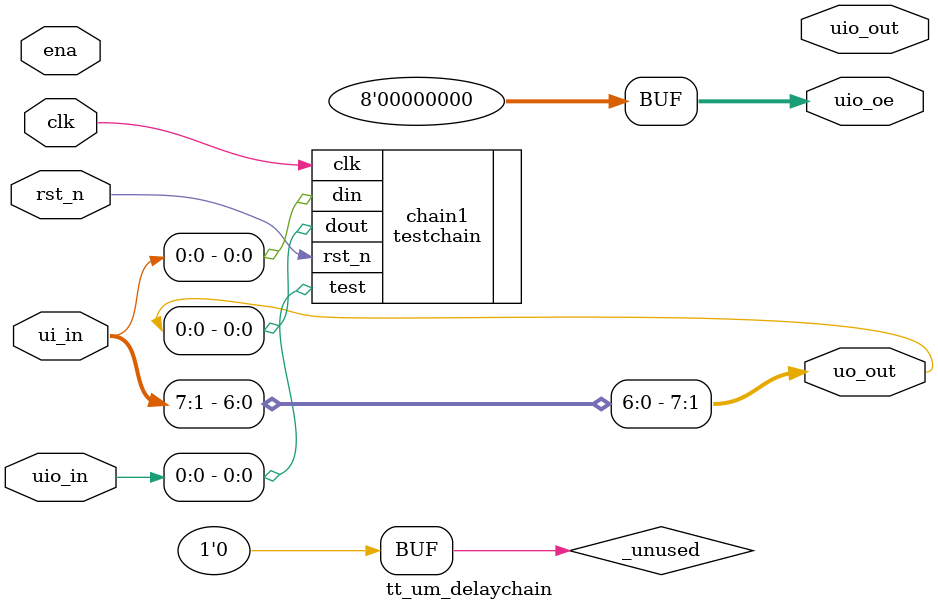
<source format=v>
/*
 * Copyright (c) 2024 Your Name
 * SPDX-License-Identifier: Apache-2.0
 */

`default_nettype none

module tt_um_delaychain (
    input wire [7:0]  ui_in,   // Dedicated inputs
    output wire [7:0] uo_out,  // Dedicated outputs
    input wire [7:0]  uio_in,  // IOs: Input path
    output wire [7:0] uio_out, // IOs: Output path
    output wire [7:0] uio_oe,  // IOs: Enable path (active high: 0=input, 1=output)
    input wire	      ena,     // always 1 when the design is powered, so you can ignore it
    input wire	      clk,     // clock
    input wire	      rst_n    // reset_n - low to reset
			 );
   
   assign uio_oe = 8'b0; // use uio as input
   wire _unused = &{ena, 1'b0};

   testchain #(.P(1))   chain1  (.clk(clk), .rst_n(rst_n), .din(ui_in[0]), .test(uio_in[0]), .dout(uo_out[0]));
   assign uo_out[7:1] = ui_in[7:1];
      
//   wire [7:0] c1q, c2q, c5q, c10q, c20q, c50q, c100q, c200q, c500q;
   
//   genvar i;
//   generate
//      for (i = 0; i < 8; i = i + 1) begin : thechain
//	 testchain #(.P(1))   chain1  (.clk(clk), .rst_n(rst_n), .din(ui_in[i]), .test(uio_in[0]), .dout(c1q[i]));
//	 testchain #(.P(2))   chain2  (.clk(clk), .rst_n(rst_n), .din(  c1q[i]), .test(uio_in[0]), .dout(c2q[i]));
//	 testchain #(.P(5))   chain5  (.clk(clk), .rst_n(rst_n), .din(  c2q[i]), .test(uio_in[0]), .dout(c5q[i]));
//	 testchain #(.P(10))  chain10 (.clk(clk), .rst_n(rst_n), .din(  c5q[i]), .test(uio_in[0]), .dout(c10q[i]));
//	 testchain #(.P(20))  chain20 (.clk(clk), .rst_n(rst_n), .din( c10q[i]), .test(uio_in[0]), .dout(c20q[i]));
//	 testchain #(.P(50))  chain50 (.clk(clk), .rst_n(rst_n), .din( c20q[i]), .test(uio_in[0]), .dout(c50q[i]));
//	 testchain #(.P(100)) chain100(.clk(clk), .rst_n(rst_n), .din( c50q[i]), .test(uio_in[0]), .dout(c100q[i]));
//	 testchain #(.P(200)) chain200(.clk(clk), .rst_n(rst_n), .din(c100q[i]), .test(uio_in[0]), .dout(c200q[i]));
//	 testchain #(.P(500)) chain500(.clk(clk), .rst_n(rst_n), .din(c200q[i]), .test(uio_in[0]), .dout(c500q[i]));
//	 assign uo_out[i] = c500q[i];
//      end
//   endgenerate

endmodule

</source>
